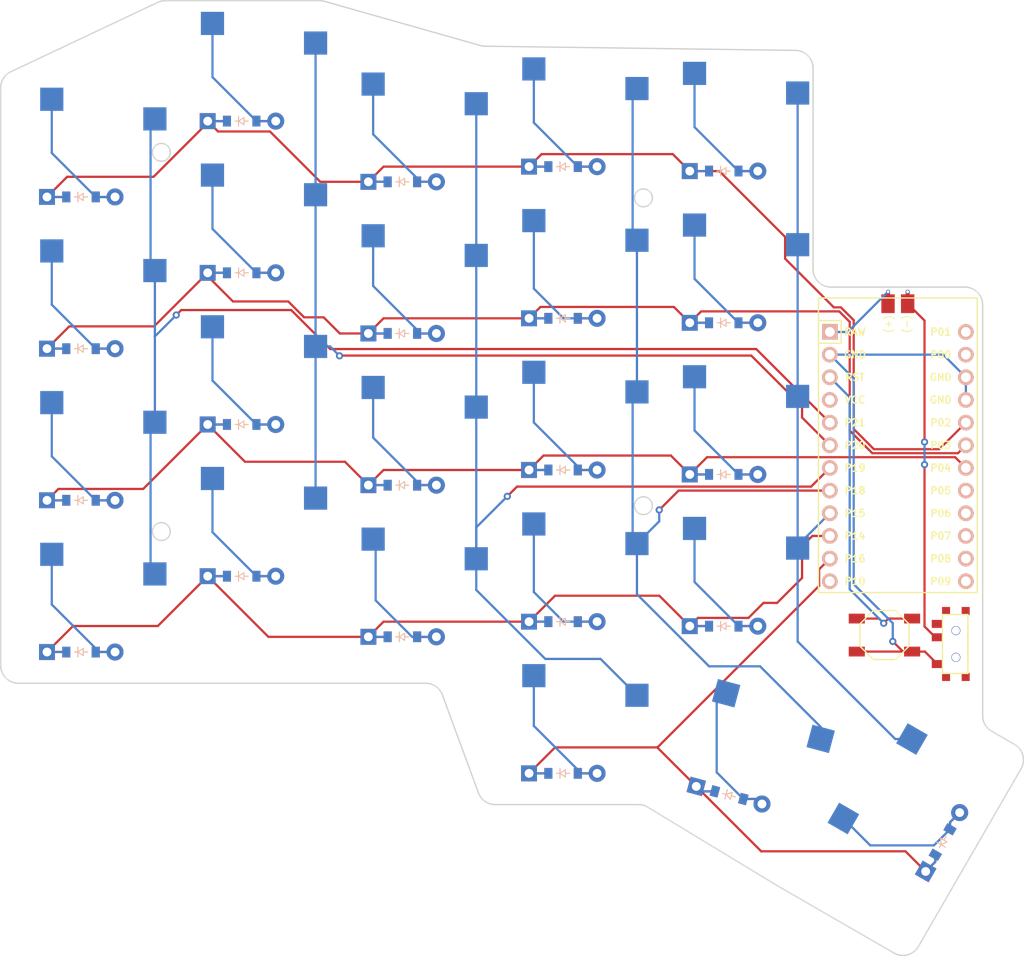
<source format=kicad_pcb>
(kicad_pcb (version 20211014) (generator pcbnew)
  (title_block (title "board") (rev "v1.0.0") (company "Unknown"))
  (layers (0 "F.Cu" signal) (31 "B.Cu" signal) (34 "B.Paste" user) (35 "F.Paste" user) (36 "B.SilkS" user "B.Silkscreen") (37 "F.SilkS" user "F.Silkscreen") (38 "B.Mask" user) (39 "F.Mask" user) (44 "Edge.Cuts" user))
  (net 0 "")
  (net 1 "pinky_bottom")
  (net 2 "P21")
  (net 3 "P14")
  (net 4 "pinky_home")
  (net 5 "P4")
  (net 6 "pinky_top")
  (net 7 "P3")
  (net 8 "pinky_topmost")
  (net 9 "P2")
  (net 10 "ring_bottom")
  (net 11 "P20")
  (net 12 "ring_home")
  (net 13 "ring_top")
  (net 14 "ring_topmost")
  (net 15 "middle_bottom")
  (net 16 "P19")
  (net 17 "middle_home")
  (net 18 "middle_top")
  (net 19 "middle_topmost")
  (net 20 "index_bottom")
  (net 21 "P18")
  (net 22 "index_home")
  (net 23 "index_top")
  (net 24 "index_topmost")
  (net 25 "innermost_bottom")
  (net 26 "P15")
  (net 27 "innermost_home")
  (net 28 "innermost_top")
  (net 29 "innermost_topmost")
  (net 30 "near_default")
  (net 31 "P16")
  (net 32 "home_default")
  (net 33 "far_default")
  (net 34 "RAW")
  (net 35 "GND")
  (net 36 "RST")
  (net 37 "VCC")
  (net 38 "P10")
  (net 39 "P1")
  (net 40 "P0")
  (net 41 "P5")
  (net 42 "P6")
  (net 43 "P7")
  (net 44 "P8")
  (net 45 "P9")
  (net 46 "Bminus")
  (footprint "E73:SPDT_C128955" (layer "F.Cu") (at 98 4.1 -90)
    (fp_text reference "T1" hide)
    (fp_text value "" hide)
  )
  (footprint "E73:SW_TACT_ALPS_SKQGABE010" (layer "F.Cu") (at 90 3.1)
    (fp_text reference "B1" hide)
    (fp_text value "" hide)
  )
  (footprint "PG1350" (layer "F.Cu") (at 36 -1.7)
    (fp_text reference "S9" hide)
    (fp_text value "" hide)
  )
  (footprint "PG1350" (layer "F.Cu") (at 18 -25.5)
    (fp_text reference "S6" hide)
    (fp_text value "" hide)
  )
  (footprint "PG1350" (layer "F.Cu") (at 18 -59.5)
    (fp_text reference "S8" hide)
    (fp_text value "" hide)
  )
  (footprint "PG1350" (layer "F.Cu") (at 0 -51)
    (fp_text reference "S4" hide)
    (fp_text value "" hide)
  )
  (footprint "ComboDiode" (layer "F.Cu") (at 72.599199 21.048631 -15)
    (fp_text reference "D22" hide)
    (fp_text value "" hide)
  )
  (footprint "ComboDiode" (layer "F.Cu") (at 54 -32.4)
    (fp_text reference "D15" hide)
    (fp_text value "" hide)
  )
  (footprint "ComboDiode" (layer "F.Cu") (at 18 -20.5)
    (fp_text reference "D6" hide)
    (fp_text value "" hide)
  )
  (footprint "ProMicro" (layer "F.Cu") (at 91.5 -16.9 -90)
    (fp_text reference "MCU1" hide)
    (fp_text value "" hide)
  )
  (footprint "ComboDiode" (layer "F.Cu") (at 36 -13.7)
    (fp_text reference "D10" hide)
    (fp_text value "" hide)
  )
  (footprint "PG1350" (layer "F.Cu") (at 54 13.6)
    (fp_text reference "S21" hide)
    (fp_text value "" hide)
  )
  (footprint "ComboDiode" (layer "F.Cu") (at 54 -49.4)
    (fp_text reference "D16" hide)
    (fp_text value "" hide)
  )
  (footprint "ComboDiode" (layer "F.Cu") (at 36 -30.7)
    (fp_text reference "D11" hide)
    (fp_text value "" hide)
  )
  (footprint "PG1350" (layer "F.Cu") (at 72 -36.9)
    (fp_text reference "S19" hide)
    (fp_text value "" hide)
  )
  (footprint "ComboDiode" (layer "F.Cu") (at 72 2.1)
    (fp_text reference "D17" hide)
    (fp_text value "" hide)
  )
  (footprint "PG1350" (layer "F.Cu") (at 54 -37.4)
    (fp_text reference "S15" hide)
    (fp_text value "" hide)
  )
  (footprint "PG1350" (layer "F.Cu") (at 0 0)
    (fp_text reference "S1" hide)
    (fp_text value "" hide)
  )
  (footprint "PG1350" (layer "F.Cu") (at 73.893294 16.219002 -15)
    (fp_text reference "S22" hide)
    (fp_text value "" hide)
  )
  (footprint "ComboDiode" (layer "F.Cu") (at 72 -48.9)
    (fp_text reference "D20" hide)
    (fp_text value "" hide)
  )
  (footprint "PG1350" (layer "F.Cu") (at 54 -3.4)
    (fp_text reference "S13" hide)
    (fp_text value "" hide)
  )
  (footprint "PG1350" (layer "F.Cu") (at 0 -34)
    (fp_text reference "S3" hide)
    (fp_text value "" hide)
  )
  (footprint "ComboDiode" (layer "F.Cu") (at 72 -14.9)
    (fp_text reference "D18" hide)
    (fp_text value "" hide)
  )
  (footprint "ComboDiode" (layer "F.Cu") (at 18 -37.5)
    (fp_text reference "D7" hide)
    (fp_text value "" hide)
  )
  (footprint "ComboDiode" (layer "F.Cu") (at 54 1.6)
    (fp_text reference "D13" hide)
    (fp_text value "" hide)
  )
  (footprint "ComboDiode" (layer "F.Cu") (at 0 -46)
    (fp_text reference "D4" hide)
    (fp_text value "" hide)
  )
  (footprint "ComboDiode" (layer "F.Cu") (at 96.51984 26.297627 60)
    (fp_text reference "D23" hide)
    (fp_text value "" hide)
  )
  (footprint "ComboDiode" (layer "F.Cu") (at 54 18.6)
    (fp_text reference "D21" hide)
    (fp_text value "" hide)
  )
  (footprint "ComboDiode" (layer "F.Cu") (at 54 -15.4)
    (fp_text reference "D14" hide)
    (fp_text value "" hide)
  )
  (footprint "PG1350" (layer "F.Cu") (at 18 -42.5)
    (fp_text reference "S7" hide)
    (fp_text value "" hide)
  )
  (footprint "PG1350" (layer "F.Cu") (at 36 -35.7)
    (fp_text reference "S11" hide)
    (fp_text value "" hide)
  )
  (footprint "ComboDiode" (layer "F.Cu") (at 36 3.3)
    (fp_text reference "D9" hide)
    (fp_text value "" hide)
  )
  (footprint "PG1350" (layer "F.Cu") (at 36 -52.7)
    (fp_text reference "S12" hide)
    (fp_text value "" hide)
  )
  (footprint "ComboDiode" (layer "F.Cu") (at 36 -47.7)
    (fp_text reference "D12" hide)
    (fp_text value "" hide)
  )
  (footprint "PG1350" (layer "F.Cu") (at 0 -17)
    (fp_text reference "S2" hide)
    (fp_text value "" hide)
  )
  (footprint "ComboDiode" (layer "F.Cu") (at 0 5)
    (fp_text reference "D1" hide)
    (fp_text value "" hide)
  )
  (footprint "PG1350" (layer "F.Cu") (at 92.189713 23.797627 60)
    (fp_text reference "S23" hide)
    (fp_text value "" hide)
  )
  (footprint "ComboDiode" (layer "F.Cu") (at 18 -54.5)
    (fp_text reference "D8" hide)
    (fp_text value "" hide)
  )
  (footprint "ComboDiode" (layer "F.Cu") (at 18 -3.5)
    (fp_text reference "D5" hide)
    (fp_text value "" hide)
  )
  (footprint "ComboDiode" (layer "F.Cu") (at 72 -31.9)
    (fp_text reference "D19" hide)
    (fp_text value "" hide)
  )
  (footprint "PG1350" (layer "F.Cu") (at 18 -8.5)
    (fp_text reference "S5" hide)
    (fp_text value "" hide)
  )
  (footprint "PG1350" (layer "F.Cu") (at 72 -2.9)
    (fp_text reference "S17" hide)
    (fp_text value "" hide)
  )
  (footprint "PG1350" (layer "F.Cu") (at 72 -53.9)
    (fp_text reference "S20" hide)
    (fp_text value "" hide)
  )
  (footprint "PG1350" (layer "F.Cu") (at 36 -18.7)
    (fp_text reference "S10" hide)
    (fp_text value "" hide)
  )
  (footprint "PG1350" (layer "F.Cu") (at 54 -54.4)
    (fp_text reference "S16" hide)
    (fp_text value "" hide)
  )
  (footprint "bugs.pretty:Battery_pads_reversible" (layer "F.Cu") (at 91.5 -34.036)
    (fp_text reference "BT1" hide)
    (fp_text value "Battery_Cell")
  )
  (footprint "PG1350" (layer "F.Cu") (at 54 -20.4)
    (fp_text reference "S14" hide)
    (fp_text value "" hide)
  )
  (footprint "ComboDiode" (layer "F.Cu") (at 0 -12)
    (fp_text reference "D2" hide)
    (fp_text value "" hide)
  )
  (footprint "PG1350" (layer "F.Cu") (at 72 -19.9)
    (fp_text reference "S18" hide)
    (fp_text value "" hide)
  )
  (footprint "ComboDiode" (layer "F.Cu") (at 0 -29)
    (fp_text reference "D3" hide)
    (fp_text value "" hide)
  )
  (gr_arc (start 99 -35.9) (mid 100.414214 -35.314214) (end 101 -33.9) (layer "Edge.Cuts") (width 0.15))
  (gr_arc (start 102 13.873141) (mid 101.267949 13.14109) (end 101 12.14109) (layer "Edge.Cuts") (width 0.15))
  (gr_arc (start -7 8.5) (mid -8.414214 7.914214) (end -9 6.5) (layer "Edge.Cuts") (width 0.15))
  (gr_line (start -9 -58.232663) (end -9 6.5) (layer "Edge.Cuts") (width 0.15))
  (gr_line (start 8.594465 -67.808497) (end -7.854013 -60.041161) (layer "Edge.Cuts") (width 0.15))
  (gr_line (start 44.745899 -62.971995) (end 27.267341 -67.924253) (layer "Edge.Cuts") (width 0.15))
  (gr_line (start 46.395588 22.1) (end 62.441218 22.1) (layer "Edge.Cuts") (width 0.15))
  (gr_line (start 80.027025 -62.426662) (end 45.26408 -62.896431) (layer "Edge.Cuts") (width 0.15))
  (gr_line (start 40.481569 9.809869) (end 44.518431 20.790131) (layer "Edge.Cuts") (width 0.15))
  (gr_arc (start 78.096935 31.249615) (mid 78.078555 31.238873) (end 78.060291 31.227935) (layer "Edge.Cuts") (width 0.15))
  (gr_line (start -7 8.5) (end 38.604412 8.5) (layer "Edge.Cuts") (width 0.15))
  (gr_arc (start 26.722136 -68) (mid 26.997357 -67.980973) (end 27.267341 -67.924253) (layer "Edge.Cuts") (width 0.15))
  (gr_line (start 78.096934 31.249614) (end 91.068878 38.738969) (layer "Edge.Cuts") (width 0.15))
  (gr_line (start 26.722135 -68) (end 9.448477 -68) (layer "Edge.Cuts") (width 0.15))
  (gr_arc (start 46.395588 22.1) (mid 45.251093 21.740162) (end 44.518431 20.790131) (layer "Edge.Cuts") (width 0.15))
  (gr_circle (center 9 -8.5) (end 10 -8.5) (layer "Edge.Cuts") (width 0.15) (fill none))
  (gr_line (start 63.477862 22.389629) (end 78.060291 31.227935) (layer "Edge.Cuts") (width 0.15))
  (gr_circle (center 63 -11.4) (end 64 -11.4) (layer "Edge.Cuts") (width 0.15) (fill none))
  (gr_arc (start 38.604412 8.5) (mid 39.748907 8.859838) (end 40.481569 9.809869) (layer "Edge.Cuts") (width 0.15))
  (gr_line (start 99 -35.9) (end 84 -35.9) (layer "Edge.Cuts") (width 0.15))
  (gr_line (start 101 12.14109) (end 101 -33.9) (layer "Edge.Cuts") (width 0.15))
  (gr_arc (start 8.594464 -67.808497) (mid 9.010867 -67.951537) (end 9.448477 -68) (layer "Edge.Cuts") (width 0.15))
  (gr_line (start 82 -37.9) (end 82 -60.426844) (layer "Edge.Cuts") (width 0.15))
  (gr_circle (center 9 -51) (end 10 -51) (layer "Edge.Cuts") (width 0.15) (fill none))
  (gr_arc (start -9.000001 -58.232663) (mid -8.689383 -59.303172) (end -7.854013 -60.041161) (layer "Edge.Cuts") (width 0.15))
  (gr_line (start 93.800928 38.006919) (end 105.300929 18.088334) (layer "Edge.Cuts") (width 0.15))
  (gr_arc (start 62.441218 22.1) (mid 62.97939 22.173768) (end 63.477862 22.389629) (layer "Edge.Cuts") (width 0.15))
  (gr_circle (center 63 -45.9) (end 64 -45.9) (layer "Edge.Cuts") (width 0.15) (fill none))
  (gr_arc (start 104.568878 15.356283) (mid 105.50073 16.570696) (end 105.300929 18.088334) (layer "Edge.Cuts") (width 0.15))
  (gr_line (start 102 13.873141) (end 104.568878 15.356284) (layer "Edge.Cuts") (width 0.15))
  (gr_arc (start 45.26408 -62.896431) (mid 45.002506 -62.91718) (end 44.745899 -62.971995) (layer "Edge.Cuts") (width 0.15))
  (gr_arc (start 80.027025 -62.426661) (mid 81.423736 -61.83147) (end 82 -60.426844) (layer "Edge.Cuts") (width 0.15))
  (gr_arc (start 93.800928 38.006919) (mid 92.586516 38.93877) (end 91.068878 38.738969) (layer "Edge.Cuts") (width 0.15))
  (gr_arc (start 84 -35.9) (mid 82.585786 -36.485786) (end 82 -37.9) (layer "Edge.Cuts") (width 0.15))
  (segment (start 1.65 5) (end 3.81 5) (width 0.25) (layer "F.Cu") (net 1))
  (segment (start 1.65 5) (end 3.81 5) (width 0.25) (layer "B.Cu") (net 1))
  (segment (start -3.275 -0.320677) (end 1.65 4.604323) (width 0.25) (layer "B.Cu") (net 1))
  (segment (start -3.275 -5.95) (end -3.275 -0.320677) (width 0.25) (layer "B.Cu") (net 1))
  (segment (start 1.65 4.604323) (end 1.65 5) (width 0.25) (layer "B.Cu") (net 1))
  (segment (start 23.543794 -33.324521) (end 27.912315 -28.956) (width 0.25) (layer "F.Cu") (net 2))
  (segment (start 10.668 -32.766) (end 11.226521 -33.324521) (width 0.25) (layer "F.Cu") (net 2))
  (segment (start 27.912315 -28.956) (end 75.634 -28.956) (width 0.25) (layer "F.Cu") (net 2))
  (segment (start 75.634 -28.956) (end 83.88 -20.71) (width 0.25) (layer "F.Cu") (net 2))
  (segment (start 11.226521 -33.324521) (end 23.543794 -33.324521) (width 0.25) (layer "F.Cu") (net 2))
  (via (at 10.668 -32.766) (size 0.8) (drill 0.4) (layers "F.Cu" "B.Cu") (net 2))
  (segment (start 7.790566 -20.265566) (end 8.275 -20.75) (width 0.25) (layer "B.Cu") (net 2))
  (segment (start 7.790566 -38.234434) (end 7.790566 -54.265566) (width 0.25) (layer "B.Cu") (net 2))
  (segment (start 8.275 -3.75) (end 7.790566 -4.234434) (width 0.25) (layer "B.Cu") (net 2))
  (segment (start 8.275 -30.333) (end 8.275 -37.75) (width 0.25) (layer "B.Cu") (net 2))
  (segment (start 8.275 -37.75) (end 7.790566 -38.234434) (width 0.25) (layer "B.Cu") (net 2))
  (segment (start 8.275 -30.373) (end 10.668 -32.766) (width 0.25) (layer "B.Cu") (net 2))
  (segment (start 7.790566 -4.234434) (end 7.790566 -20.265566) (width 0.25) (layer "B.Cu") (net 2))
  (segment (start 8.275 -20.75) (end 8.275 -30.333) (width 0.25) (layer "B.Cu") (net 2))
  (segment (start 8.275 -30.333) (end 8.275 -30.373) (width 0.25) (layer "B.Cu") (net 2))
  (segment (start 7.790566 -54.265566) (end 8.275 -54.75) (width 0.25) (layer "B.Cu") (net 2))
  (segment (start 80.772 -6.858) (end 81.924 -8.01) (width 0.25) (layer "F.Cu") (net 3))
  (segment (start 81.924 -8.01) (end 83.88 -8.01) (width 0.25) (layer "F.Cu") (net 3))
  (segment (start 20.99 3.3) (end 14.19 -3.5) (width 0.25) (layer "F.Cu") (net 3))
  (segment (start 80.772 -3.302) (end 80.772 -6.858) (width 0.25) (layer "F.Cu") (net 3))
  (segment (start 53.100979 -1.310979) (end 50.19 1.6) (width 0.25) (layer "F.Cu") (net 3))
  (segment (start 34.35 3.3) (end 32.19 3.3) (width 0.25) (layer "F.Cu") (net 3))
  (segment (start -0.899021 2.089021) (end -3.81 5) (width 0.25) (layer "F.Cu") (net 3))
  (segment (start 68.19 2.1) (end 69.114511 1.175489) (width 0.25) (layer "F.Cu") (net 3))
  (segment (start 52.35 1.6) (end 50.19 1.6) (width 0.25) (layer "F.Cu") (net 3))
  (segment (start 76.454 -0.508) (end 77.978 -0.508) (width 0.25) (layer "F.Cu") (net 3))
  (segment (start 64.779021 -1.310979) (end 53.100979 -1.310979) (width 0.25) (layer "F.Cu") (net 3))
  (segment (start 74.770511 1.175489) (end 76.454 -0.508) (width 0.25) (layer "F.Cu") (net 3))
  (segment (start 50.19 1.6) (end 33.89 1.6) (width 0.25) (layer "F.Cu") (net 3))
  (segment (start 69.114511 1.175489) (end 74.770511 1.175489) (width 0.25) (layer "F.Cu") (net 3))
  (segment (start -3.81 5) (end -1.65 5) (width 0.25) (layer "F.Cu") (net 3))
  (segment (start 8.600979 2.089021) (end -0.899021 2.089021) (width 0.25) (layer "F.Cu") (net 3))
  (segment (start 77.978 -0.508) (end 80.772 -3.302) (width 0.25) (layer "F.Cu") (net 3))
  (segment (start 68.19 2.1) (end 64.779021 -1.310979) (width 0.25) (layer "F.Cu") (net 3))
  (segment (start 33.89 1.6) (end 32.19 3.3) (width 0.25) (layer "F.Cu") (net 3))
  (segment (start 16.35 -3.5) (end 14.19 -3.5) (width 0.25) (layer "F.Cu") (net 3))
  (segment (start 14.19 -3.5) (end 8.600979 2.089021) (width 0.25) (layer "F.Cu") (net 3))
  (segment (start 70.35 2.1) (end 68.19 2.1) (width 0.25) (layer "F.Cu") (net 3))
  (segment (start 32.19 3.3) (end 20.99 3.3) (width 0.25) (layer "F.Cu") (net 3))
  (segment (start -1.65 5) (end -3.81 5) (width 0.25) (layer "B.Cu") (net 3))
  (segment (start 52.35 1.6) (end 50.19 1.6) (width 0.25) (layer "B.Cu") (net 3))
  (segment (start 16.35 -3.5) (end 14.19 -3.5) (width 0.25) (layer "B.Cu") (net 3))
  (segment (start 70.35 2.1) (end 68.19 2.1) (width 0.25) (layer "B.Cu") (net 3))
  (segment (start 34.35 3.3) (end 32.19 3.3) (width 0.25) (layer "B.Cu") (net 3))
  (segment (start 1.65 -12) (end 3.81 -12) (width 0.25) (layer "F.Cu") (net 4))
  (segment (start 1.65 -12) (end 3.81 -12) (width 0.25) (layer "B.Cu") (net 4))
  (segment (start -3.275 -22.95) (end -3.275 -16.925) (width 0.25) (layer "B.Cu") (net 4))
  (segment (start -3.275 -16.925) (end 1.65 -12) (width 0.25) (layer "B.Cu") (net 4))
  (segment (start 33.89 -15.4) (end 32.19 -13.7) (width 0.25) (layer "F.Cu") (net 5))
  (segment (start 68.19 -14.9) (end 66.072 -17.018) (width 0.25) (layer "F.Cu") (net 5))
  (segment (start 29.565479 -16.324521) (end 18.365479 -16.324521) (width 0.25) (layer "F.Cu") (net 5))
  (segment (start 32.19 -13.7) (end 29.565479 -16.324521) (width 0.25) (layer "F.Cu") (net 5))
  (segment (start 99.12 -15.63) (end 97.919189 -16.830811) (width 0.25) (layer "F.Cu") (net 5))
  (segment (start 16.35 -20.5) (end 14.19 -20.5) (width 0.25) (layer "F.Cu") (net 5))
  (segment (start 50.19 -15.4) (end 33.89 -15.4) (width 0.25) (layer "F.Cu") (net 5))
  (segment (start 51.808 -17.018) (end 50.19 -15.4) (width 0.25) (layer "F.Cu") (net 5))
  (segment (start 18.365479 -16.324521) (end 14.19 -20.5) (width 0.25) (layer "F.Cu") (net 5))
  (segment (start 66.072 -17.018) (end 51.808 -17.018) (width 0.25) (layer "F.Cu") (net 5))
  (segment (start 97.919189 -16.830811) (end 70.120811 -16.830811) (width 0.25) (layer "F.Cu") (net 5))
  (segment (start 6.967011 -13.277011) (end -2.532989 -13.277011) (width 0.25) (layer "F.Cu") (net 5))
  (segment (start 52.35 -15.4) (end 50.19 -15.4) (width 0.25) (layer "F.Cu") (net 5))
  (segment (start 70.120811 -16.830811) (end 68.19 -14.9) (width 0.25) (layer "F.Cu") (net 5))
  (segment (start 34.35 -13.7) (end 32.19 -13.7) (width 0.25) (layer "F.Cu") (net 5))
  (segment (start 70.35 -14.9) (end 68.19 -14.9) (width 0.25) (layer "F.Cu") (net 5))
  (segment (start -1.65 -12) (end -3.81 -12) (width 0.25) (layer "F.Cu") (net 5))
  (segment (start 14.19 -20.5) (end 6.967011 -13.277011) (width 0.25) (layer "F.Cu") (net 5))
  (segment (start -2.532989 -13.277011) (end -3.81 -12) (width 0.25) (layer "F.Cu") (net 5))
  (segment (start -1.65 -12) (end -3.81 -12) (width 0.25) (layer "B.Cu") (net 5))
  (segment (start 70.35 -14.9) (end 68.19 -14.9) (width 0.25) (layer "B.Cu") (net 5))
  (segment (start 52.35 -15.4) (end 50.19 -15.4) (width 0.25) (layer "B.Cu") (net 5))
  (segment (start 34.35 -13.7) (end 32.19 -13.7) (width 0.25) (layer "B.Cu") (net 5))
  (segment (start 16.35 -20.5) (end 14.19 -20.5) (width 0.25) (layer "B.Cu") (net 5))
  (segment (start 1.65 -29) (end 3.81 -29) (width 0.25) (layer "F.Cu") (net 6))
  (segment (start 1.65 -29) (end 3.81 -29) (width 0.25) (layer "B.Cu") (net 6))
  (segment (start -3.275 -33.925) (end 1.65 -29) (width 0.25) (layer "B.Cu") (net 6))
  (segment (start -3.275 -39.95) (end -3.275 -33.925) (width 0.25) (layer "B.Cu") (net 6))
  (segment (start 51.467011 -33.677011) (end 50.19 -32.4) (width 0.25) (layer "F.Cu") (net 7))
  (segment (start 86.106 -19.812) (end 86.106 -32.004) (width 0.25) (layer "F.Cu") (net 7))
  (segment (start 8.186 -31.496) (end 14.19 -37.5) (width 0.25) (layer "F.Cu") (net 7))
  (segment (start 34.35 -30.7) (end 32.19 -30.7) (width 0.25) (layer "F.Cu") (net 7))
  (segment (start 32.19 -30.7) (end 33.89 -32.4) (width 0.25) (layer "F.Cu") (net 7))
  (segment (start 24.992033 -32.512) (end 23.214033 -34.29) (width 0.25) (layer "F.Cu") (net 7))
  (segment (start 16.35 -37.5) (end 14.19 -37.5) (width 0.25) (layer "F.Cu") (net 7))
  (segment (start 88.637669 -17.280331) (end 86.106 -19.812) (width 0.25) (layer "F.Cu") (net 7))
  (segment (start -1.314 -31.496) (end 8.186 -31.496) (width 0.25) (layer "F.Cu") (net 7))
  (segment (start 98.230331 -17.280331) (end 88.637669 -17.280331) (width 0.25) (layer "F.Cu") (net 7))
  (segment (start -1.65 -29) (end -3.81 -29) (width 0.25) (layer "F.Cu") (net 7))
  (segment (start 23.214033 -34.29) (end 17.018 -34.29) (width 0.25) (layer "F.Cu") (net 7))
  (segment (start 70.35 -31.9) (end 68.19 -31.9) (width 0.25) (layer "F.Cu") (net 7))
  (segment (start 69.467011 -33.177011) (end 68.19 -31.9) (width 0.25) (layer "F.Cu") (net 7))
  (segment (start 14.19 -37.118) (end 14.19 -37.5) (width 0.25) (layer "F.Cu") (net 7))
  (segment (start 68.19 -31.9) (end 66.412989 -33.677011) (width 0.25) (layer "F.Cu") (net 7))
  (segment (start 86.106 -32.004) (end 84.932989 -33.177011) (width 0.25) (layer "F.Cu") (net 7))
  (segment (start 66.412989 -33.677011) (end 51.467011 -33.677011) (width 0.25) (layer "F.Cu") (net 7))
  (segment (start 17.018 -34.29) (end 14.19 -37.118) (width 0.25) (layer "F.Cu") (net 7))
  (segment (start 33.89 -32.4) (end 50.19 -32.4) (width 0.25) (layer "F.Cu") (net 7))
  (segment (start 99.12 -18.17) (end 98.230331 -17.280331) (width 0.25) (layer "F.Cu") (net 7))
  (segment (start 84.932989 -33.177011) (end 69.467011 -33.177011) (width 0.25) (layer "F.Cu") (net 7))
  (segment (start 52.35 -32.4) (end 50.19 -32.4) (width 0.25) (layer "F.Cu") (net 7))
  (segment (start 28.99 -30.7) (end 27.178 -32.512) (width 0.25) (layer "F.Cu") (net 7))
  (segment (start 27.178 -32.512) (end 24.992033 -32.512) (width 0.25) (layer "F.Cu") (net 7))
  (segment (start -3.81 -29) (end -1.314 -31.496) (width 0.25) (layer "F.Cu") (net 7))
  (segment (start 32.19 -30.7) (end 28.99 -30.7) (width 0.25) (layer "F.Cu") (net 7))
  (segment (start 70.35 -31.9) (end 68.19 -31.9) (width 0.25) (layer "B.Cu") (net 7))
  (segment (start -1.65 -29) (end -3.81 -29) (width 0.25) (layer "B.Cu") (net 7))
  (segment (start 52.35 -32.4) (end 50.19 -32.4) (width 0.25) (layer "B.Cu") (net 7))
  (segment (start 34.35 -30.7) (end 32.19 -30.7) (width 0.25) (layer "B.Cu") (net 7))
  (segment (start 16.35 -37.5) (end 14.19 -37.5) (width 0.25) (layer "B.Cu") (net 7))
  (segment (start 1.65 -46) (end 3.81 -46) (width 0.25) (layer "F.Cu") (net 8))
  (segment (start 1.65 -46) (end 3.81 -46) (width 0.25) (layer "B.Cu") (net 8))
  (segment (start -3.275 -56.95) (end -3.275 -50.925) (width 0.25) (layer "B.Cu") (net 8))
  (segment (start -3.275 -50.925) (end 1.65 -46) (width 0.25) (layer "B.Cu") (net 8))
  (segment (start 86.55552 -32.190197) (end 85.119186 -33.626531) (width 0.25) (layer "F.Cu") (net 9))
  (segment (start 84.328 -33.626531) (end 78.874521 -39.08001) (width 0.25) (layer "F.Cu") (net 9))
  (segment (start 50.19 -49.4) (end 33.89 -49.4) (width 0.25) (layer "F.Cu") (net 9))
  (segment (start 71.496 -48.9) (end 70.35 -48.9) (width 0.25) (layer "F.Cu") (net 9))
  (segment (start 34.35 -47.7) (end 32.19 -47.7) (width 0.25) (layer "F.Cu") (net 9))
  (segment (start 51.59 -50.8) (end 50.19 -49.4) (width 0.25) (layer "F.Cu") (net 9))
  (segment (start -3.81 -46) (end -1.55 -48.26) (width 0.25) (layer "F.Cu") (net 9))
  (segment (start -1.55 -48.26) (end 8.128 -48.26) (width 0.25) (layer "F.Cu") (net 9))
  (segment (start 96.139851 -17.729851) (end 88.823867 -17.729851) (width 0.25) (layer "F.Cu") (net 9))
  (segment (start 99.12 -20.71) (end 96.139851 -17.729851) (width 0.25) (layer "F.Cu") (net 9))
  (segment (start 26.804033 -47.7) (end 21.164033 -53.34) (width 0.25) (layer "F.Cu") (net 9))
  (segment (start 68.19 -48.9) (end 66.29 -50.8) (width 0.25) (layer "F.Cu") (net 9))
  (segment (start 70.35 -48.9) (end 68.19 -48.9) (width 0.25) (layer "F.Cu") (net 9))
  (segment (start 33.89 -49.4) (end 32.19 -47.7) (width 0.25) (layer "F.Cu") (net 9))
  (segment (start 88.823867 -17.729851) (end 86.55552 -19.998198) (width 0.25) (layer "F.Cu") (net 9))
  (segment (start 21.164033 -53.34) (end 15.35 -53.34) (width 0.25) (layer "F.Cu") (net 9))
  (segment (start -1.65 -46) (end -3.81 -46) (width 0.25) (layer "F.Cu") (net 9))
  (segment (start 52.35 -49.4) (end 50.19 -49.4) (width 0.25) (layer "F.Cu") (net 9))
  (segment (start 66.29 -50.8) (end 51.59 -50.8) (width 0.25) (layer "F.Cu") (net 9))
  (segment (start 8.128 -48.26) (end 14.19 -54.322) (width 0.25) (layer "F.Cu") (net 9))
  (segment (start 78.874521 -39.08001) (end 78.874521 -41.521479) (width 0.25) (layer "F.Cu") (net 9))
  (segment (start 15.35 -53.34) (end 14.19 -54.5) (width 0.25) (layer "F.Cu") (net 9))
  (segment (start 85.119186 -33.626531) (end 84.328 -33.626531) (width 0.25) (layer "F.Cu") (net 9))
  (segment (start 16.35 -54.5) (end 14.19 -54.5) (width 0.25) (layer "F.Cu") (net 9))
  (segment (start 14.19 -54.322) (end 14.19 -54.5) (width 0.25) (layer "F.Cu") (net 9))
  (segment (start 78.874521 -41.521479) (end 71.496 -48.9) (width 0.25) (layer "F.Cu") (net 9))
  (segment (start 32.19 -47.7) (end 26.804033 -47.7) (width 0.25) (layer "F.Cu") (net 9))
  (segment (start 86.55552 -19.998198) (end 86.55552 -32.190197) (width 0.25) (layer "F.Cu") (net 9))
  (segment (start 52.35 -49.4) (end 50.19 -49.4) (width 0.25) (layer "B.Cu") (net 9))
  (segment (start -1.65 -46) (end -3.81 -46) (width 0.25) (layer "B.Cu") (net 9))
  (segment (start 16.35 -54.5) (end 14.19 -54.5) (width 0.25) (layer "B.Cu") (net 9))
  (segment (start 34.35 -47.7) (end 32.19 -47.7) (width 0.25) (layer "B.Cu") (net 9))
  (segment (start 70.35 -48.9) (end 68.19 -48.9) (width 0.25) (layer "B.Cu") (net 9))
  (segment (start 19.65 -3.5) (end 21.81 -3.5) (width 0.25) (layer "F.Cu") (net 10))
  (segment (start 14.725 -14.45) (end 14.725 -8.425) (width 0.25) (layer "B.Cu") (net 10))
  (segment (start 14.725 -8.425) (end 19.65 -3.5) (width 0.25) (layer "B.Cu") (net 10))
  (segment (start 19.65 -3.5) (end 21.81 -3.5) (width 0.25) (layer "B.Cu") (net 10))
  (segment (start 80.772 -22.528974) (end 80.772 -21.278) (width 0.25) (layer "F.Cu") (net 11))
  (segment (start 75.076453 -28.224521) (end 80.772 -22.528974) (width 0.25) (layer "F.Cu") (net 11))
  (segment (start 28.956 -28.194) (end 28.986521 -28.224521) (width 0.25) (layer "F.Cu") (net 11))
  (segment (start 80.772 -21.278) (end 83.88 -18.17) (width 0.25) (layer "F.Cu") (net 11))
  (segment (start 28.986521 -28.224521) (end 75.076453 -28.224521) (width 0.25) (layer "F.Cu") (net 11))
  (via (at 28.956 -28.194) (size 0.8) (drill 0.4) (layers "F.Cu" "B.Cu") (net 11))
  (segment (start 27.9 -29.25) (end 28.956 -28.194) (width 0.25) (layer "B.Cu") (net 11))
  (segment (start 26.275 -29.25) (end 27.9 -29.25) (width 0.25) (layer "B.Cu") (net 11))
  (segment (start 26.275 -12.25) (end 26.275 -29.25) (width 0.25) (layer "B.Cu") (net 11))
  (segment (start 26.275 -29.25) (end 26.275 -46.25) (width 0.25) (layer "B.Cu") (net 11))
  (segment (start 26.275 -46.25) (end 26.275 -63.25) (width 0.25) (layer "B.Cu") (net 11))
  (segment (start 19.65 -20.5) (end 21.81 -20.5) (width 0.25) (layer "F.Cu") (net 12))
  (segment (start 19.65 -20.5) (end 21.81 -20.5) (width 0.25) (layer "B.Cu") (net 12))
  (segment (start 14.725 -31.45) (end 14.725 -25.425) (width 0.25) (layer "B.Cu") (net 12))
  (segment (start 14.725 -25.425) (end 19.65 -20.5) (width 0.25) (layer "B.Cu") (net 12))
  (segment (start 19.65 -37.5) (end 21.81 -37.5) (width 0.25) (layer "F.Cu") (net 13))
  (segment (start 19.65 -37.5) (end 21.81 -37.5) (width 0.25) (layer "B.Cu") (net 13))
  (segment (start 14.725 -42.425) (end 19.65 -37.5) (width 0.25) (layer "B.Cu") (net 13))
  (segment (start 14.725 -48.45) (end 14.725 -42.425) (width 0.25) (layer "B.Cu") (net 13))
  (segment (start 19.65 -54.5) (end 21.81 -54.5) (width 0.25) (layer "F.Cu") (net 14))
  (segment (start 19.65 -54.5) (end 21.81 -54.5) (width 0.25) (layer "B.Cu") (net 14))
  (segment (start 14.725 -65.45) (end 14.725 -59.425) (width 0.25) (layer "B.Cu") (net 14))
  (segment (start 14.725 -59.425) (end 19.65 -54.5) (width 0.25) (layer "B.Cu") (net 14))
  (segment (start 37.65 3.3) (end 39.81 3.3) (width 0.25) (layer "F.Cu") (net 15))
  (segment (start 33.004323 -7.65) (end 33.004323 -0.781677) (width 0.25) (layer "B.Cu") (net 15))
  (segment (start 33.004323 -0.781677) (end 37.086 3.3) (width 0.25) (layer "B.Cu") (net 15))
  (segment (start 37.65 3.3) (end 39.81 3.3) (width 0.25) (layer "B.Cu") (net 15))
  (segment (start 37.086 3.3) (end 37.65 3.3) (width 0.25) (layer "B.Cu") (net 15))
  (segment (start 32.725 -7.65) (end 33.004323 -7.65) (width 0.25) (layer "B.Cu") (net 15))
  (segment (start 81.78952 -13.53952) (end 83.88 -15.63) (width 0.25) (layer "F.Cu") (net 16))
  (segment (start 48.84552 -13.53952) (end 81.78952 -13.53952) (width 0.25) (layer "F.Cu") (net 16))
  (segment (start 47.752 -12.446) (end 48.84552 -13.53952) (width 0.25) (layer "F.Cu") (net 16))
  (via (at 47.752 -12.446) (size 0.8) (drill 0.4) (layers "F.Cu" "B.Cu") (net 16))
  (segment (start 44.275 -22.45) (end 44.275 -39.45) (width 0.25) (layer "B.Cu") (net 16))
  (segment (start 44.275 -1.953) (end 44.275 -5.45) (width 0.25) (layer "B.Cu") (net 16))
  (segment (start 58.200479 5.775479) (end 52.003479 5.775479) (width 0.25) (layer "B.Cu") (net 16))
  (segment (start 44.275 -39.45) (end 44.275 -56.45) (width 0.25) (layer "B.Cu") (net 16))
  (segment (start 62.275 9.85) (end 58.200479 5.775479) (width 0.25) (layer "B.Cu") (net 16))
  (segment (start 44.275 -5.45) (end 44.275 -22.45) (width 0.25) (layer "B.Cu") (net 16))
  (segment (start 44.275 -8.969) (end 47.752 -12.446) (width 0.25) (layer "B.Cu") (net 16))
  (segment (start 44.275 -5.45) (end 44.275 -8.969) (width 0.25) (layer "B.Cu") (net 16))
  (segment (start 52.003479 5.775479) (end 44.275 -1.953) (width 0.25) (layer "B.Cu") (net 16))
  (segment (start 37.65 -13.7) (end 39.81 -13.7) (width 0.25) (layer "F.Cu") (net 17))
  (segment (start 37.65 -13.7) (end 39.81 -13.7) (width 0.25) (layer "B.Cu") (net 17))
  (segment (start 32.725 -24.65) (end 32.725 -19.020677) (width 0.25) (layer "B.Cu") (net 17))
  (segment (start 32.725 -19.020677) (end 37.65 -14.095677) (width 0.25) (layer "B.Cu") (net 17))
  (segment (start 37.65 -14.095677) (end 37.65 -13.7) (width 0.25) (layer "B.Cu") (net 17))
  (segment (start 37.65 -30.7) (end 39.81 -30.7) (width 0.25) (layer "F.Cu") (net 18))
  (segment (start 37.65 -30.7) (end 39.81 -30.7) (width 0.25) (layer "B.Cu") (net 18))
  (segment (start 32.725 -41.65) (end 32.725 -36.020677) (width 0.25) (layer "B.Cu") (net 18))
  (segment (start 37.65 -31.095677) (end 37.65 -30.7) (width 0.25) (layer "B.Cu") (net 18))
  (segment (start 32.725 -36.020677) (end 37.65 -31.095677) (width 0.25) (layer "B.Cu") (net 18))
  (segment (start 37.65 -47.7) (end 39.81 -47.7) (width 0.25) (layer "F.Cu") (net 19))
  (segment (start 32.725 -58.65) (end 32.725 -53.020677) (width 0.25) (layer "B.Cu") (net 19))
  (segment (start 37.65 -48.095677) (end 37.65 -47.7) (width 0.25) (layer "B.Cu") (net 19))
  (segment (start 37.65 -47.7) (end 39.81 -47.7) (width 0.25) (layer "B.Cu") (net 19))
  (segment (start 32.725 -53.020677) (end 37.65 -48.095677) (width 0.25) (layer "B.Cu") (net 19))
  (segment (start 55.65 1.6) (end 57.81 1.6) (width 0.25) (layer "F.Cu") (net 20))
  (segment (start 54.049022 1.6) (end 55.65 1.6) (width 0.25) (layer "B.Cu") (net 20))
  (segment (start 55.65 1.6) (end 57.81 1.6) (width 0.25) (layer "B.Cu") (net 20))
  (segment (start 50.725 -1.724022) (end 54.049022 1.6) (width 0.25) (layer "B.Cu") (net 20))
  (segment (start 50.725 -9.35) (end 50.725 -1.724022) (width 0.25) (layer "B.Cu") (net 20))
  (segment (start 64.77 -10.922) (end 66.938 -13.09) (width 0.25) (layer "F.Cu") (net 21))
  (segment (start 66.938 -13.09) (end 83.88 -13.09) (width 0.25) (layer "F.Cu") (net 21))
  (via (at 64.77 -10.922) (size 0.8) (drill 0.4) (layers "F.Cu" "B.Cu") (net 21))
  (segment (start 62.275 -7.15) (end 61.790566 -7.634434) (width 0.25) (layer "B.Cu") (net 21))
  (segment (start 62.275 -1.479) (end 62.275 -7.15) (width 0.25) (layer "B.Cu") (net 21))
  (segment (start 76.068253 6.604) (end 70.358 6.604) (width 0.25) (layer "B.Cu") (net 21))
  (segment (start 61.790566 -23.665566) (end 62.275 -24.15) (width 0.25) (layer "B.Cu") (net 21))
  (segment (start 61.790566 -57.665566) (end 62.275 -58.15) (width 0.25) (layer "B.Cu") (net 21))
  (segment (start 61.790566 -41.634434) (end 61.790566 -57.665566) (width 0.25) (layer "B.Cu") (net 21))
  (segment (start 62.275 -24.15) (end 62.275 -41.15) (width 0.25) (layer "B.Cu") (net 21))
  (segment (start 61.790566 -7.634434) (end 61.790566 -23.665566) (width 0.25) (layer "B.Cu") (net 21))
  (segment (start 64.77 -9.645) (end 64.77 -10.922) (width 0.25) (layer "B.Cu") (net 21))
  (segment (start 82.856902 13.392649) (end 76.068253 6.604) (width 0.25) (layer "B.Cu") (net 21))
  (segment (start 62.275 -41.15) (end 61.790566 -41.634434) (width 0.25) (layer "B.Cu") (net 21))
  (segment (start 82.856902 14.738508) (end 82.856902 13.392649) (width 0.25) (layer "B.Cu") (net 21))
  (segment (start 62.275 -7.15) (end 64.77 -9.645) (width 0.25) (layer "B.Cu") (net 21))
  (segment (start 70.358 6.604) (end 62.275 -1.479) (width 0.25) (layer "B.Cu") (net 21))
  (segment (start 55.65 -15.4) (end 57.81 -15.4) (width 0.25) (layer "F.Cu") (net 22))
  (segment (start 55.65 -15.4) (end 57.81 -15.4) (width 0.25) (layer "B.Cu") (net 22))
  (segment (start 50.725 -20.720677) (end 55.65 -15.795677) (width 0.25) (layer "B.Cu") (net 22))
  (segment (start 55.65 -15.795677) (end 55.65 -15.4) (width 0.25) (layer "B.Cu") (net 22))
  (segment (start 50.725 -26.35) (end 50.725 -20.720677) (width 0.25) (layer "B.Cu") (net 22))
  (segment (start 55.65 -32.4) (end 57.81 -32.4) (width 0.25) (layer "F.Cu") (net 23))
  (segment (start 54.049022 -32.4) (end 55.65 -32.4) (width 0.25) (layer "B.Cu") (net 23))
  (segment (start 55.65 -32.4) (end 57.81 -32.4) (width 0.25) (layer "B.Cu") (net 23))
  (segment (start 50.725 -43.35) (end 50.725 -35.724022) (width 0.25) (layer "B.Cu") (net 23))
  (segment (start 50.725 -35.724022) (end 54.049022 -32.4) (width 0.25) (layer "B.Cu") (net 23))
  (segment (start 55.65 -49.4) (end 57.81 -49.4) (width 0.25) (layer "F.Cu") (net 24))
  (segment (start 50.725 -54.325) (end 55.65 -49.4) (width 0.25) (layer "B.Cu") (net 24))
  (segment (start 50.725 -60.35) (end 50.725 -54.325) (width 0.25) (layer "B.Cu") (net 24))
  (segment (start 55.65 -49.4) (end 57.81 -49.4) (width 0.25) (layer "B.Cu") (net 24))
  (segment (start 73.65 2.1) (end 75.81 2.1) (width 0.25) (layer "F.Cu") (net 25))
  (segment (start 68.725 -2.845) (end 73.65 2.08) (width 0.25) (layer "B.Cu") (net 25))
  (segment (start 68.725 -8.85) (end 68.725 -2.845) (width 0.25) (layer "B.Cu") (net 25))
  (segment (start 73.65 2.08) (end 73.65 2.1) (width 0.25) (layer "B.Cu") (net 25))
  (segment (start 73.65 2.1) (end 75.81 2.1) (width 0.25) (layer "B.Cu") (net 25))
  (segment (start 80.275 3.821) (end 80.275 -6.65) (width 0.25) (layer "B.Cu") (net 26))
  (segment (start 93.079618 14.756267) (end 91.210267 14.756267) (width 0.25) (layer "B.Cu") (net 26))
  (segment (start 80.275 -23.65) (end 80.275 -40.65) (width 0.25) (layer "B.Cu") (net 26))
  (segment (start 80.275 -23.65) (end 80.275 -6.65) (width 0.25) (layer "B.Cu") (net 26))
  (segment (start 80.275 -57.65) (end 80.275 -40.65) (width 0.25) (layer "B.Cu") (net 26))
  (segment (start 80.275 -6.945) (end 83.88 -10.55) (width 0.25) (layer "B.Cu") (net 26))
  (segment (start 91.210267 14.756267) (end 80.275 3.821) (width 0.25) (layer "B.Cu") (net 26))
  (segment (start 80.275 -6.65) (end 80.275 -6.945) (width 0.25) (layer "B.Cu") (net 26))
  (segment (start 73.65 -14.9) (end 75.81 -14.9) (width 0.25) (layer "F.Cu") (net 27))
  (segment (start 73.65 -14.9) (end 75.81 -14.9) (width 0.25) (layer "B.Cu") (net 27))
  (segment (start 68.725 -25.85) (end 68.725 -19.825) (width 0.25) (layer "B.Cu") (net 27))
  (segment (start 68.725 -19.825) (end 73.65 -14.9) (width 0.25) (layer "B.Cu") (net 27))
  (segment (start 73.65 -31.9) (end 75.81 -31.9) (width 0.25) (layer "F.Cu") (net 28))
  (segment (start 68.725 -42.85) (end 68.725 -36.825) (width 0.25) (layer "B.Cu") (net 28))
  (segment (start 73.65 -31.9) (end 75.81 -31.9) (width 0.25) (layer "B.Cu") (net 28))
  (segment (start 68.725 -36.825) (end 73.65 -31.9) (width 0.25) (layer "B.Cu") (net 28))
  (segment (start 73.65 -48.9) (end 75.81 -48.9) (width 0.25) (layer "F.Cu") (net 29))
  (segment (start 68.725 -53.825) (end 73.65 -48.9) (width 0.25) (layer "B.Cu") (net 29))
  (segment (start 68.725 -59.85) (end 68.725 -53.825) (width 0.25) (layer "B.Cu") (net 29))
  (segment (start 73.65 -48.9) (end 75.81 -48.9) (width 0.25) (layer "B.Cu") (net 29))
  (segment (start 55.65 18.6) (end 57.81 18.6) (width 0.25) (layer "F.Cu") (net 30))
  (segment (start 55.65 18.204323) (end 55.65 18.6) (width 0.25) (layer "B.Cu") (net 30))
  (segment (start 50.725 7.65) (end 50.725 13.279323) (width 0.25) (layer "B.Cu") (net 30))
  (segment (start 55.65 18.6) (end 57.81 18.6) (width 0.25) (layer "B.Cu") (net 30))
  (segment (start 50.725 13.279323) (end 55.65 18.204323) (width 0.25) (layer "B.Cu") (net 30))
  (segment (start 53.100979 15.689021) (end 50.19 18.6) (width 0.25) (layer "F.Cu") (net 31))
  (segment (start 68.919022 20.06253) (end 64.560246 15.703754) (width 0.25) (layer "F.Cu") (net 31))
  (segment (start 64.560246 15.703754) (end 82.679189 -2.415189) (width 0.25) (layer "F.Cu") (net 31))
  (segment (start 64.560246 15.703754) (end 64.545513 15.689021) (width 0.25) (layer "F.Cu") (net 31))
  (segment (start 94.61484 29.597184) (end 92.353002 27.335346) (width 0.25) (layer "F.Cu") (net 31))
  (segment (start 52.35 18.6) (end 50.19 18.6) (width 0.25) (layer "F.Cu") (net 31))
  (segment (start 64.545513 15.689021) (end 53.100979 15.689021) (width 0.25) (layer "F.Cu") (net 31))
  (segment (start 95.69484 27.726569) (end 95.69484 28.517184) (width 0.25) (layer "F.Cu") (net 31))
  (segment (start 82.679189 -4.269189) (end 83.88 -5.47) (width 0.25) (layer "F.Cu") (net 31))
  (segment (start 82.679189 -2.415189) (end 82.679189 -4.269189) (width 0.25) (layer "F.Cu") (net 31))
  (segment (start 95.69484 28.517184) (end 94.61484 29.597184) (width 0.25) (layer "F.Cu") (net 31))
  (segment (start 92.353002 27.335346) (end 76.191838 27.335346) (width 0.25) (layer "F.Cu") (net 31))
  (segment (start 76.191838 27.335346) (end 68.919022 20.06253) (width 0.25) (layer "F.Cu") (net 31))
  (segment (start 71.005421 20.62158) (end 69.478072 20.62158) (width 0.25) (layer "F.Cu") (net 31))
  (segment (start 69.478072 20.62158) (end 68.919022 20.06253) (width 0.25) (layer "F.Cu") (net 31))
  (segment (start 52.35 18.6) (end 50.19 18.6) (width 0.25) (layer "B.Cu") (net 31))
  (segment (start 95.69484 27.726569) (end 95.69484 28.517184) (width 0.25) (layer "B.Cu") (net 31))
  (segment (start 95.69484 28.517184) (end 94.61484 29.597184) (width 0.25) (layer "B.Cu") (net 31))
  (segment (start 69.478072 20.62158) (end 68.919022 20.06253) (width 0.25) (layer "B.Cu") (net 31))
  (segment (start 71.005421 20.62158) (end 69.478072 20.62158) (width 0.25) (layer "B.Cu") (net 31))
  (segment (start 75.720326 21.475682) (end 76.279376 22.034732) (width 0.25) (layer "F.Cu") (net 32))
  (segment (start 74.192977 21.475682) (end 75.720326 21.475682) (width 0.25) (layer "F.Cu") (net 32))
  (segment (start 71.208414 18.491119) (end 74.192977 21.475682) (width 0.25) (layer "B.Cu") (net 32))
  (segment (start 71.208414 10.685557) (end 71.208414 18.491119) (width 0.25) (layer "B.Cu") (net 32))
  (segment (start 75.720326 21.475682) (end 76.279376 22.034732) (width 0.25) (layer "B.Cu") (net 32))
  (segment (start 72.26986 9.624111) (end 71.208414 10.685557) (width 0.25) (layer "B.Cu") (net 32))
  (segment (start 74.192977 21.475682) (end 75.720326 21.475682) (width 0.25) (layer "B.Cu") (net 32))
  (segment (start 97.34484 24.868685) (end 97.34484 24.07807) (width 0.25) (layer "F.Cu") (net 33))
  (segment (start 97.34484 24.07807) (end 98.42484 22.99807) (width 0.25) (layer "F.Cu") (net 33))
  (segment (start 97.34484 24.07807) (end 98.42484 22.99807) (width 0.25) (layer "B.Cu") (net 33))
  (segment (start 88.410502 26.67) (end 95.543525 26.67) (width 0.25) (layer "B.Cu") (net 33))
  (segment (start 95.543525 26.67) (end 97.34484 24.868685) (width 0.25) (layer "B.Cu") (net 33))
  (segment (start 85.399362 23.65886) (end 88.410502 26.67) (width 0.25) (layer "B.Cu") (net 33))
  (segment (start 97.34484 24.868685) (end 97.34484 24.07807) (width 0.25) (layer "B.Cu") (net 33))
  (segment (start 83.88 -30.87) (end 85.892 -30.87) (width 0.25) (layer "B.Cu") (net 34))
  (segment (start 85.892 -30.87) (end 90.3996 -35.3776) (width 0.25) (layer "B.Cu") (net 34))
  (segment (start 86.9 4.95) (end 93.1 4.95) (width 0.25) (layer "F.Cu") (net 35))
  (segment (start 93.1 4.95) (end 94.525 4.95) (width 0.25) (layer "F.Cu") (net 35))
  (segment (start 92.072 4.95) (end 93.1 4.95) (width 0.25) (layer "F.Cu") (net 35))
  (segment (start 90.932 3.81) (end 92.072 4.95) (width 0.25) (layer "F.Cu") (net 35))
  (segment (start 94.525 4.95) (end 95.925 6.35) (width 0.25) (layer "F.Cu") (net 35))
  (via (at 90.932 3.81) (size 0.8) (drill 0.4) (layers "F.Cu" "B.Cu") (net 35))
  (segment (start 99.12 -25.79) (end 99.12 -23.25) (width 0.25) (layer "B.Cu") (net 35))
  (segment (start 90.932 1.769386) (end 88.082755 -1.079859) (width 0.25) (layer "B.Cu") (net 35))
  (segment (start 86.55552 -2.59848) (end 86.55552 -25.65448) (width 0.25) (layer "B.Cu") (net 35))
  (segment (start 90.932 3.81) (end 90.932 1.769386) (width 0.25) (layer "B.Cu") (net 35))
  (segment (start 86.55552 -25.65448) (end 83.88 -28.33) (width 0.25) (layer "B.Cu") (net 35))
  (segment (start 83.88 -28.33) (end 96.58 -28.33) (width 0.25) (layer "B.Cu") (net 35))
  (segment (start 88.082755 -1.079859) (end 88.074141 -1.079859) (width 0.25) (layer "B.Cu") (net 35))
  (segment (start 96.58 -28.33) (end 99.12 -25.79) (width 0.25) (layer "B.Cu") (net 35))
  (segment (start 88.074141 -1.079859) (end 86.55552 -2.59848) (width 0.25) (layer "B.Cu") (net 35))
  (segment (start 89.388 1.25) (end 89.916 1.778) (width 0.25) (layer "F.Cu") (net 36))
  (segment (start 86.9 1.25) (end 89.388 1.25) (width 0.25) (layer "F.Cu") (net 36))
  (segment (start 89.916 1.778) (end 90.444 1.25) (width 0.25) (layer "F.Cu") (net 36))
  (segment (start 90.444 1.25) (end 93.1 1.25) (width 0.25) (layer "F.Cu") (net 36))
  (via (at 89.916 1.778) (size 0.8) (drill 0.4) (layers "F.Cu" "B.Cu") (net 36))
  (segment (start 86.106 -2.032) (end 89.916 1.778) (width 0.25) (layer "B.Cu") (net 36))
  (segment (start 83.88 -25.79) (end 86.106 -23.564) (width 0.25) (layer "B.Cu") (net 36))
  (segment (start 86.106 -23.564) (end 86.106 -2.032) (width 0.25) (layer "B.Cu") (net 36))
  (segment (start 95.925 3.35) (end 95.700978 3.35) (width 0.25) (layer "F.Cu") (net 46))
  (segment (start 94.488 2.137022) (end 94.488 -16.002) (width 0.25) (layer "F.Cu") (net 46))
  (segment (start 95.700978 3.35) (end 94.488 2.137022) (width 0.25) (layer "F.Cu") (net 46))
  (segment (start 94.488 -18.542) (end 94.488 -32.148) (width 0.25) (layer "F.Cu") (net 46))
  (segment (start 94.488 -32.148) (end 92.6 -34.036) (width 0.25) (layer "F.Cu") (net 46))
  (via (at 94.488 -16.002) (size 0.8) (drill 0.4) (layers "F.Cu" "B.Cu") (net 46))
  (via (at 94.488 -18.542) (size 0.8) (drill 0.4) (layers "F.Cu" "B.Cu") (net 46))
  (segment (start 94.488 -16.002) (end 94.488 -18.542) (width 0.25) (layer "B.Cu") (net 46))
)
</source>
